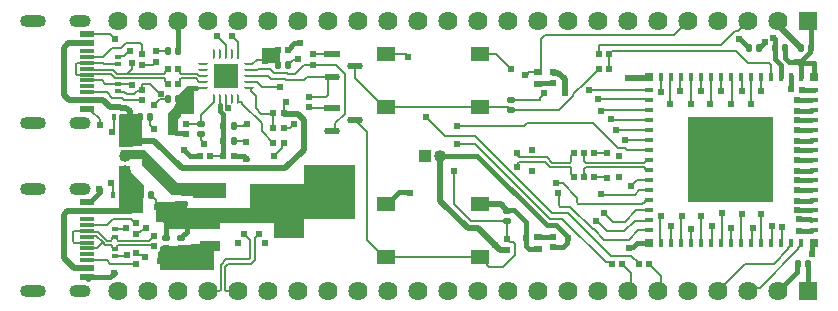
<source format=gtl>
G04*
G04 #@! TF.GenerationSoftware,Altium Limited,Altium Designer,24.9.1 (31)*
G04*
G04 Layer_Physical_Order=1*
G04 Layer_Color=255*
%FSLAX44Y44*%
%MOMM*%
G71*
G04*
G04 #@! TF.SameCoordinates,318047C4-B972-4631-9CD3-40AE8DFBCC20*
G04*
G04*
G04 #@! TF.FilePolarity,Positive*
G04*
G01*
G75*
%ADD12C,0.1524*%
%ADD17R,0.5400X0.6000*%
G04:AMPARAMS|DCode=18|XSize=0.6mm|YSize=0.54mm|CornerRadius=0.1431mm|HoleSize=0mm|Usage=FLASHONLY|Rotation=270.000|XOffset=0mm|YOffset=0mm|HoleType=Round|Shape=RoundedRectangle|*
%AMROUNDEDRECTD18*
21,1,0.6000,0.2538,0,0,270.0*
21,1,0.3138,0.5400,0,0,270.0*
1,1,0.2862,-0.1269,-0.1569*
1,1,0.2862,-0.1269,0.1569*
1,1,0.2862,0.1269,0.1569*
1,1,0.2862,0.1269,-0.1569*
%
%ADD18ROUNDEDRECTD18*%
%ADD19R,0.6000X0.5400*%
%ADD20R,1.2000X1.2000*%
%ADD21R,0.8000X0.4000*%
%ADD22R,0.4000X0.8000*%
%ADD23R,0.8000X0.8000*%
%ADD24R,1.5500X1.3000*%
%ADD25R,0.7000X0.6000*%
G04:AMPARAMS|DCode=26|XSize=0.6mm|YSize=0.54mm|CornerRadius=0.1431mm|HoleSize=0mm|Usage=FLASHONLY|Rotation=0.000|XOffset=0mm|YOffset=0mm|HoleType=Round|Shape=RoundedRectangle|*
%AMROUNDEDRECTD26*
21,1,0.6000,0.2538,0,0,0.0*
21,1,0.3138,0.5400,0,0,0.0*
1,1,0.2862,0.1569,-0.1269*
1,1,0.2862,-0.1569,-0.1269*
1,1,0.2862,-0.1569,0.1269*
1,1,0.2862,0.1569,0.1269*
%
%ADD26ROUNDEDRECTD26*%
%ADD27R,0.3500X0.6000*%
%ADD28R,0.6000X0.3500*%
G04:AMPARAMS|DCode=29|XSize=0.9mm|YSize=1.75mm|CornerRadius=0.0495mm|HoleSize=0mm|Usage=FLASHONLY|Rotation=90.000|XOffset=0mm|YOffset=0mm|HoleType=Round|Shape=RoundedRectangle|*
%AMROUNDEDRECTD29*
21,1,0.9000,1.6510,0,0,90.0*
21,1,0.8010,1.7500,0,0,90.0*
1,1,0.0990,0.8255,0.4005*
1,1,0.0990,0.8255,-0.4005*
1,1,0.0990,-0.8255,-0.4005*
1,1,0.0990,-0.8255,0.4005*
%
%ADD29ROUNDEDRECTD29*%
G04:AMPARAMS|DCode=30|XSize=3.2mm|YSize=1.75mm|CornerRadius=0.0525mm|HoleSize=0mm|Usage=FLASHONLY|Rotation=90.000|XOffset=0mm|YOffset=0mm|HoleType=Round|Shape=RoundedRectangle|*
%AMROUNDEDRECTD30*
21,1,3.2000,1.6450,0,0,90.0*
21,1,3.0950,1.7500,0,0,90.0*
1,1,0.1050,0.8225,1.5475*
1,1,0.1050,0.8225,-1.5475*
1,1,0.1050,-0.8225,-1.5475*
1,1,0.1050,-0.8225,1.5475*
%
%ADD30ROUNDEDRECTD30*%
G04:AMPARAMS|DCode=31|XSize=0.2425mm|YSize=0.8397mm|CornerRadius=0.1212mm|HoleSize=0mm|Usage=FLASHONLY|Rotation=270.000|XOffset=0mm|YOffset=0mm|HoleType=Round|Shape=RoundedRectangle|*
%AMROUNDEDRECTD31*
21,1,0.2425,0.5972,0,0,270.0*
21,1,0.0000,0.8397,0,0,270.0*
1,1,0.2425,-0.2986,0.0000*
1,1,0.2425,-0.2986,0.0000*
1,1,0.2425,0.2986,0.0000*
1,1,0.2425,0.2986,0.0000*
%
%ADD31ROUNDEDRECTD31*%
G04:AMPARAMS|DCode=32|XSize=0.8397mm|YSize=0.2425mm|CornerRadius=0.1212mm|HoleSize=0mm|Usage=FLASHONLY|Rotation=270.000|XOffset=0mm|YOffset=0mm|HoleType=Round|Shape=RoundedRectangle|*
%AMROUNDEDRECTD32*
21,1,0.8397,0.0000,0,0,270.0*
21,1,0.5972,0.2425,0,0,270.0*
1,1,0.2425,0.0000,-0.2986*
1,1,0.2425,0.0000,0.2986*
1,1,0.2425,0.0000,0.2986*
1,1,0.2425,0.0000,-0.2986*
%
%ADD32ROUNDEDRECTD32*%
%ADD33R,0.2425X0.8397*%
G04:AMPARAMS|DCode=34|XSize=1.3571mm|YSize=0.5721mm|CornerRadius=0.2861mm|HoleSize=0mm|Usage=FLASHONLY|Rotation=0.000|XOffset=0mm|YOffset=0mm|HoleType=Round|Shape=RoundedRectangle|*
%AMROUNDEDRECTD34*
21,1,1.3571,0.0000,0,0,0.0*
21,1,0.7850,0.5721,0,0,0.0*
1,1,0.5721,0.3925,0.0000*
1,1,0.5721,-0.3925,0.0000*
1,1,0.5721,-0.3925,0.0000*
1,1,0.5721,0.3925,0.0000*
%
%ADD34ROUNDEDRECTD34*%
%ADD35R,1.3571X0.5721*%
%ADD36R,1.1500X0.6000*%
%ADD37R,1.1500X0.3000*%
%ADD51R,2.0500X2.0500*%
G04:AMPARAMS|DCode=55|XSize=1mm|YSize=2.2mm|CornerRadius=0.5mm|HoleSize=0mm|Usage=FLASHONLY|Rotation=270.000|XOffset=0mm|YOffset=0mm|HoleType=Round|Shape=RoundedRectangle|*
%AMROUNDEDRECTD55*
21,1,1.0000,1.2000,0,0,270.0*
21,1,0.0000,2.2000,0,0,270.0*
1,1,1.0000,-0.6000,0.0000*
1,1,1.0000,-0.6000,0.0000*
1,1,1.0000,0.6000,0.0000*
1,1,1.0000,0.6000,0.0000*
%
%ADD55ROUNDEDRECTD55*%
G04:AMPARAMS|DCode=56|XSize=1mm|YSize=1.8mm|CornerRadius=0.5mm|HoleSize=0mm|Usage=FLASHONLY|Rotation=270.000|XOffset=0mm|YOffset=0mm|HoleType=Round|Shape=RoundedRectangle|*
%AMROUNDEDRECTD56*
21,1,1.0000,0.8000,0,0,270.0*
21,1,0.0000,1.8000,0,0,270.0*
1,1,1.0000,-0.4000,0.0000*
1,1,1.0000,-0.4000,0.0000*
1,1,1.0000,0.4000,0.0000*
1,1,1.0000,0.4000,0.0000*
%
%ADD56ROUNDEDRECTD56*%
%ADD59R,0.4000X0.4000*%
%ADD60C,0.1575*%
%ADD61C,0.5080*%
%ADD62C,0.3810*%
%ADD63C,1.0160*%
%ADD64R,1.0160X1.0160*%
%ADD65R,1.0160X1.0160*%
%ADD66R,1.6256X1.6256*%
%ADD67C,1.6256*%
%ADD68C,0.6096*%
G36*
X226060Y204859D02*
X224887Y204373D01*
X223520Y205740D01*
X210820D01*
Y218440D01*
X226060D01*
Y204859D01*
D02*
G37*
G36*
X153708Y183299D02*
X153616Y178265D01*
X153326Y162560D01*
X142240D01*
X139700Y160020D01*
Y147320D01*
X141067Y145953D01*
X140581Y144780D01*
X131161D01*
Y157416D01*
Y163148D01*
X136529Y168516D01*
X139700Y175560D01*
X148345Y184205D01*
X152819D01*
X153708Y183299D01*
D02*
G37*
G36*
X109220Y135078D02*
X109167Y134948D01*
X93055Y134670D01*
X91440D01*
X90873Y134835D01*
X90170Y135526D01*
Y161516D01*
X90717Y162560D01*
X109220D01*
Y135078D01*
D02*
G37*
G36*
X139700Y104140D02*
X180340D01*
Y91440D01*
X152400D01*
Y93980D01*
X134620D01*
X109220Y119380D01*
Y124460D01*
X91440D01*
Y132080D01*
X111760D01*
X139700Y104140D01*
D02*
G37*
G36*
X643890Y87630D02*
X571500Y87630D01*
Y160020D01*
X643890D01*
Y87630D01*
D02*
G37*
G36*
X289560Y73660D02*
X246380D01*
Y57150D01*
X220980D01*
Y69850D01*
X175260D01*
Y64770D01*
X130239D01*
X129540Y65060D01*
Y71120D01*
X120937D01*
Y87630D01*
X137160D01*
Y88900D01*
X147320D01*
Y82550D01*
X200660D01*
Y102870D01*
X246380D01*
Y119380D01*
X289560D01*
Y73660D01*
D02*
G37*
G36*
X99060Y114300D02*
X110490Y102870D01*
Y78740D01*
X90170D01*
Y80010D01*
Y118110D01*
X99060D01*
Y114300D01*
D02*
G37*
G36*
X170346Y49899D02*
Y30168D01*
X124897D01*
Y49936D01*
X125805Y50825D01*
X170346Y49899D01*
D02*
G37*
D12*
X373380Y86360D02*
X387840Y71900D01*
X373380Y86360D02*
Y114300D01*
X446730Y199690D02*
X447040Y200000D01*
X445000Y197460D02*
X446730Y199190D01*
X435072Y195349D02*
X437182Y197460D01*
X434109Y195349D02*
X435072D01*
X437182Y197460D02*
X445000D01*
X446730Y199190D02*
Y199690D01*
X447040Y200000D02*
Y226060D01*
X116840Y93593D02*
X121240Y89193D01*
Y84500D02*
Y89193D01*
Y84500D02*
X121920Y83820D01*
X116840Y93593D02*
Y93980D01*
X119246Y58928D02*
X119380D01*
X62162Y57662D02*
X63622Y59122D01*
X115436Y55118D02*
X119246Y58928D01*
X89491Y51562D02*
X118618D01*
X119380Y50800D01*
X89491Y55118D02*
X115436D01*
X208280Y208061D02*
X212680D01*
X206502Y208181D02*
X206622Y208061D01*
X208280D01*
X212680D02*
X213360Y207381D01*
X289560Y157480D02*
X299720Y147320D01*
Y55880D02*
Y147320D01*
Y55880D02*
X314600Y41000D01*
X93961Y211300D02*
X98561Y215900D01*
X88900Y210820D02*
X89380Y211300D01*
X93961D01*
X98561Y215900D02*
X99060D01*
X254000Y212600D02*
X254050Y212650D01*
X270499D01*
X270549Y212700D01*
X76040Y210600D02*
X81280Y215840D01*
X83880Y218440D01*
X62900Y210600D02*
X76040D01*
X83880Y218440D02*
X91901D01*
X96219Y222758D01*
X82320Y230100D02*
X86360Y226060D01*
X62900Y230100D02*
X82320D01*
X96219Y222758D02*
X107442D01*
X109220Y220980D01*
X108920Y212600D02*
X109220D01*
X107490Y214030D02*
X108920Y212600D01*
X109220D02*
Y220980D01*
X100676Y205276D02*
X101140Y205740D01*
X100676Y200406D02*
Y205276D01*
X96520Y196250D02*
X100676Y200406D01*
X77546Y204320D02*
X88900D01*
X76266Y205600D02*
X77546Y204320D01*
X387840Y71900D02*
X418840D01*
X172720Y228600D02*
X180500Y220820D01*
X642340Y193180D02*
Y203480D01*
X640080Y205740D02*
X642340Y203480D01*
X622300Y205740D02*
X640080D01*
X460418Y103470D02*
X465490D01*
X459737Y104151D02*
X460418Y103470D01*
X465490D02*
X477520Y91440D01*
X462280Y85308D02*
Y95250D01*
X461772Y95758D02*
X462280Y95250D01*
X391160Y137160D02*
X454660Y73660D01*
X391486Y144018D02*
X456764Y78740D01*
X469900D01*
X427182Y117302D02*
X427595Y117715D01*
X454660Y73660D02*
X464820D01*
X427595Y117715D02*
Y121027D01*
X428488Y121920D01*
X463768Y83820D02*
X472004D01*
X462280Y85308D02*
X463768Y83820D01*
X365760Y144018D02*
X391486D01*
X375920Y137160D02*
X391160D01*
X472004Y83820D02*
X491308Y64516D01*
X464820Y73660D02*
X501958Y36522D01*
X469900Y78740D02*
X506270Y42370D01*
X515620Y35260D02*
Y35560D01*
X523240Y15240D02*
Y27940D01*
X515620Y35260D02*
X517050Y33830D01*
X517350D02*
X523240Y27940D01*
X517050Y33830D02*
X517350D01*
X520700Y12700D02*
X523240Y15240D01*
X538480Y35260D02*
Y35560D01*
X548640Y15240D02*
Y25400D01*
X539910Y33830D02*
X540210D01*
X548640Y25400D01*
X538480Y35260D02*
X539910Y33830D01*
X546100Y12700D02*
X548640Y15240D01*
X651085Y55740D02*
X651400D01*
X650915Y66848D02*
X650991Y66923D01*
X650915Y55910D02*
X651085Y55740D01*
X650915Y55910D02*
Y66848D01*
X599901Y220980D02*
X611839Y232918D01*
X613918D01*
X622300Y241300D01*
X622300D01*
X496788Y220980D02*
X599901D01*
X409300Y213000D02*
X421640Y200660D01*
Y200152D02*
Y200660D01*
X333100Y213000D02*
X335280Y210820D01*
X315850Y213000D02*
X333100D01*
X254000Y203960D02*
X273648D01*
X233379Y196342D02*
X239061D01*
X237118Y208071D02*
X241091D01*
X241771Y208751D01*
X246679Y203960D02*
X254000D01*
X239061Y196342D02*
X246679Y203960D01*
X195380Y139700D02*
X196148Y138931D01*
X197111D01*
X186960Y139700D02*
X195380D01*
X226128Y185312D02*
X226568Y184872D01*
X210928Y185312D02*
X226128D01*
X231275Y191262D02*
X246996D01*
X218736Y191730D02*
X230807D01*
X231275Y191262D01*
X232911Y196810D02*
X233379Y196342D01*
X220840Y196810D02*
X232911D01*
X231140Y171758D02*
Y172720D01*
X229360Y169978D02*
X231140Y171758D01*
X229360Y162980D02*
Y169978D01*
X202584Y204263D02*
X206502Y208181D01*
X249434Y193700D02*
X268170D01*
X232880Y203620D02*
Y203833D01*
X246996Y191262D02*
X249434Y193700D01*
X232880Y203833D02*
X237118Y208071D01*
X105570Y42770D02*
X109459D01*
X104140Y44200D02*
X105570Y42770D01*
X109459D02*
X110734Y41496D01*
X111696D01*
X349758Y160020D02*
X365760Y144018D01*
X315850Y41000D02*
X396600D01*
X419140Y56120D02*
X421270Y53990D01*
X423418D01*
X418840Y56120D02*
X419140D01*
X423418Y53990D02*
X425650Y51758D01*
X415468Y33020D02*
X425650Y43202D01*
X401830Y34520D02*
Y35770D01*
Y34520D02*
X403330Y33020D01*
X425650Y43202D02*
Y51758D01*
X396600Y41000D02*
X401830Y35770D01*
X403330Y33020D02*
X415468D01*
X182391Y167186D02*
Y168148D01*
X180500Y170039D02*
X182391Y168148D01*
X180500Y170039D02*
Y175050D01*
X190535Y172482D02*
X193023D01*
X195380Y152400D02*
X197158Y154178D01*
X190478Y172540D02*
Y175028D01*
X197158Y154178D02*
X198120D01*
X193023Y172482D02*
X195348Y170158D01*
X190478Y172540D02*
X190535Y172482D01*
X195370Y170180D02*
X210647Y154903D01*
Y147953D02*
Y154903D01*
X186960Y152400D02*
X195380D01*
X213958Y207682D02*
X220218D01*
X222649Y205251D01*
X207761Y200141D02*
X208280D01*
X206825Y199205D02*
X207761Y200141D01*
X199655Y199205D02*
X206825D01*
X222862Y205251D02*
X224280Y203833D01*
X208280Y200141D02*
X217509D01*
X216181Y194285D02*
X218736Y191730D01*
X222649Y205251D02*
X222862D01*
X199655Y194205D02*
X208200D01*
X208280Y194285D02*
X216181D01*
X208200Y194205D02*
X208280Y194285D01*
X217509Y200141D02*
X220840Y196810D01*
X185406Y228565D02*
X190500Y223471D01*
Y216289D02*
Y223471D01*
X180500Y213360D02*
Y220820D01*
X224280Y203620D02*
Y216320D01*
X237507Y153498D02*
X238188Y154178D01*
X237507Y152520D02*
Y153498D01*
X235057Y150070D02*
X237507Y152520D01*
X229570Y150070D02*
X235057D01*
X229360Y150280D02*
X229570Y150070D01*
X124460Y175260D02*
X131100D01*
X159700Y140020D02*
X162560Y137160D01*
X121005Y205788D02*
Y206654D01*
X119178Y203960D02*
X121005Y205788D01*
X128229Y192694D02*
X129122Y191801D01*
Y189898D02*
Y191801D01*
X88900Y187960D02*
X89454Y187406D01*
X129122Y197143D02*
Y198722D01*
X83168Y196322D02*
X86796Y192694D01*
X88269Y196250D02*
X96520D01*
X100748Y187406D02*
X101302Y186852D01*
X89454Y187406D02*
X100748D01*
X128229Y196250D02*
X129122Y197143D01*
X86796Y192694D02*
X128229D01*
X96520Y196250D02*
X128229D01*
X109220Y203960D02*
X119178D01*
X116638Y187200D02*
X125050Y178788D01*
X125647D01*
X109220Y182880D02*
Y187200D01*
X116638D01*
X119380Y170180D02*
X124460Y175260D01*
X116060Y153180D02*
X119380Y149860D01*
X121920Y215900D02*
X131100D01*
X121332Y215706D02*
X121626Y215413D01*
X116060Y153180D02*
Y160020D01*
X265212Y177007D02*
X266700Y178494D01*
Y192230D01*
X250622Y177007D02*
X265212D01*
X251315Y167673D02*
X269856D01*
X270549Y166980D01*
X250622Y168367D02*
X251315Y167673D01*
X266700Y192230D02*
X268170Y193700D01*
X270549D01*
X227930Y133702D02*
Y136150D01*
X221228Y127000D02*
X227930Y133702D01*
Y136150D02*
X229360Y137580D01*
X220980Y127000D02*
X221228D01*
X94520Y180980D02*
X96430Y179070D01*
X102962D01*
X105342Y181450D01*
X89380Y180980D02*
X94520D01*
X92416Y175900D02*
X94326Y173990D01*
X108970D01*
X109220Y174240D01*
X88900Y181460D02*
X89380Y180980D01*
X105342Y181450D02*
X107790D01*
X109220Y182880D01*
X78226Y187960D02*
X88900D01*
X84322Y175900D02*
X92416D01*
X79622Y180600D02*
X84322Y175900D01*
X62900Y180600D02*
X79622D01*
X99060Y160020D02*
X107460D01*
X92150D02*
X99060D01*
X83820Y147320D02*
X85650Y149150D01*
Y160020D01*
X73660Y154940D02*
Y158090D01*
X63500Y165100D02*
X66650D01*
X73660Y158090D01*
X62900Y165700D02*
Y166100D01*
Y165700D02*
X63500Y165100D01*
X177480Y127000D02*
X177920Y127440D01*
X166880Y127000D02*
X177480D01*
X63622Y196322D02*
X83168D01*
X75586Y190600D02*
X78226Y187960D01*
X62900Y190600D02*
X75586D01*
X62900Y205600D02*
X76266D01*
X53340Y196493D02*
Y204707D01*
X54233Y195600D02*
X62900D01*
X53340Y196493D02*
X54233Y195600D01*
Y205600D02*
X62900D01*
X53340Y204707D02*
X54233Y205600D01*
X84641Y199878D02*
X88269Y196250D01*
X129122Y198722D02*
X131060Y200660D01*
X63622Y199878D02*
X84641D01*
X129122Y189898D02*
X131060Y187960D01*
X62900Y195600D02*
X63622Y196322D01*
X62900Y200600D02*
X63622Y199878D01*
X142531Y196088D02*
X154918D01*
Y192402D02*
X158115Y189205D01*
X154788Y192532D02*
X154918Y192402D01*
Y196088D02*
X156261D01*
X158144Y194205D01*
X161345D01*
X142531Y192532D02*
X154788D01*
X158115Y189205D02*
X161345D01*
X141638Y189898D02*
Y191639D01*
X142531Y192532D01*
X139700Y187960D02*
X141638Y189898D01*
X139700Y200660D02*
X141638Y198722D01*
Y196981D02*
X142531Y196088D01*
X141638Y196981D02*
Y198722D01*
X76459Y53599D02*
X78496Y51562D01*
X70936Y59122D02*
X76459Y53599D01*
X62900Y48400D02*
X71260D01*
X76459Y53599D01*
X50800Y54293D02*
Y62507D01*
X51693Y63400D01*
X62900D01*
X51693Y53400D02*
X62900D01*
X50800Y54293D02*
X51693Y53400D01*
X62900Y63400D02*
X63622Y62678D01*
X72409D01*
X79969Y55118D01*
X85269Y58420D02*
X86360D01*
X63622Y59122D02*
X70936D01*
X84281Y57432D02*
X85269Y58420D01*
X84281Y56011D02*
Y57432D01*
X85269Y48260D02*
X86360D01*
X84281Y49248D02*
X85269Y48260D01*
X83388Y51562D02*
X84281Y50669D01*
X78496Y51562D02*
X83388D01*
Y55118D02*
X84281Y56011D01*
X79969Y55118D02*
X83388D01*
X84281Y49248D02*
Y50669D01*
X426720Y128303D02*
Y129540D01*
X428044Y126369D02*
Y126979D01*
X428937Y125476D02*
X452071D01*
X426720Y128303D02*
X428044Y126979D01*
Y126369D02*
X428937Y125476D01*
X428488Y121920D02*
X450598D01*
X452071Y125476D02*
X456390Y121158D01*
X450598Y121920D02*
X454916Y117602D01*
X456390Y121158D02*
X472149D01*
X454916Y117602D02*
X472149D01*
Y121158D02*
X473042Y122051D01*
X472149Y117602D02*
X473042Y116709D01*
Y122051D02*
Y127602D01*
Y111158D02*
X474980Y109220D01*
X473042Y111158D02*
Y116709D01*
Y127602D02*
X474980Y129540D01*
X479008Y86360D02*
X532632D01*
X477520Y87848D02*
X479008Y86360D01*
X477520Y87848D02*
Y91440D01*
X86360Y58420D02*
X87610D01*
Y48260D02*
X88598Y49248D01*
Y50669D01*
X86360Y48260D02*
X87610D01*
Y58420D02*
X88598Y57432D01*
Y56011D02*
Y57432D01*
Y56011D02*
X89491Y55118D01*
X88598Y50669D02*
X89491Y51562D01*
X86360Y64920D02*
X86552Y65112D01*
X95592D01*
X95785Y65305D01*
X104140Y60960D02*
X105570Y62390D01*
X108110D01*
X110917Y65197D01*
X111953D01*
X112634Y65877D01*
X497840Y165100D02*
X498130Y165390D01*
X510958Y148680D02*
X538340D01*
X495840Y174720D02*
X537800D01*
X510540Y149098D02*
X510958Y148680D01*
X498130Y165390D02*
X538050D01*
X495300Y175260D02*
X495840Y174720D01*
X512629Y133459D02*
X518461D01*
X491148Y154940D02*
X512629Y133459D01*
X435285Y154940D02*
X491148D01*
X518461Y133459D02*
X520239Y131680D01*
X518228Y140248D02*
X537542D01*
X518160Y140317D02*
X518228Y140248D01*
X528359Y106180D02*
X538340D01*
X530530Y97680D02*
X538340D01*
X523779Y101600D02*
X528359Y106180D01*
X498037Y93980D02*
X526830D01*
X523240Y101600D02*
X523779D01*
X526830Y93980D02*
X530530Y97680D01*
X497938Y94079D02*
X498037Y93980D01*
X520239Y131680D02*
X538340D01*
X537542Y140248D02*
X537610Y140180D01*
X375920Y152400D02*
X432745D01*
X435285Y154940D01*
X314600Y168000D02*
X315850D01*
X395350D02*
X419133D01*
X315850D02*
X395350D01*
X507700Y157180D02*
X538340D01*
X421640Y174480D02*
X446260D01*
X538050Y165390D02*
X538340Y165680D01*
X446260Y175373D02*
X450206Y179319D01*
X446260Y174480D02*
Y175373D01*
X450206Y179319D02*
Y179826D01*
X506018Y36522D02*
X506980Y35560D01*
X501958Y36522D02*
X506018D01*
X532632Y86360D02*
X532762Y86490D01*
X535610Y88450D02*
X536340Y89180D01*
X535610Y87978D02*
Y88450D01*
X500380Y78740D02*
X508000Y71120D01*
X518160D01*
X534122Y86490D02*
X535610Y87978D01*
X536340Y89180D02*
X538340D01*
X532762Y86490D02*
X534122D01*
X493641Y71882D02*
X494538D01*
X491308Y64516D02*
X491744D01*
X500359Y55901D02*
X521550D01*
X506270Y42370D02*
X519898D01*
X503392Y63028D02*
X517688D01*
X494538Y71882D02*
X503392Y63028D01*
X491744Y64516D02*
X500359Y55901D01*
X521550D02*
X529330Y63680D01*
X538340D01*
X518160Y71120D02*
X527720Y80680D01*
X538340D01*
X517688Y63028D02*
X526542Y71882D01*
X538042D01*
X523516Y42185D02*
X529840Y35860D01*
X519898Y42370D02*
X520084Y42185D01*
X523516D01*
X529840Y35560D02*
Y35860D01*
X538042Y71882D02*
X538340Y72180D01*
X94138Y41760D02*
X95558Y43180D01*
X96520D01*
X86360Y41760D02*
X94138D01*
X82422Y35560D02*
X104140D01*
X79582Y38400D02*
X82422Y35560D01*
X62900Y38400D02*
X79582D01*
X103840Y69600D02*
X104140D01*
X99890Y73550D02*
X103840Y69600D01*
X84852Y73550D02*
X99890D01*
X79702Y68400D02*
X84852Y73550D01*
X62900Y68400D02*
X79702D01*
X83820Y104140D02*
X84940Y103020D01*
Y93980D02*
Y103020D01*
X596900Y12700D02*
X619760Y35560D01*
X644608D02*
X656650Y47602D01*
X619760Y35560D02*
X644608D01*
X591710Y55740D02*
Y67200D01*
X573930Y53200D02*
Y64660D01*
X566151Y54924D02*
Y76200D01*
X418840Y56120D02*
Y71900D01*
X314600Y41000D02*
X315850D01*
X474218Y177499D02*
Y178818D01*
X462599Y165880D02*
X474218Y177499D01*
X421640Y165880D02*
X462599D01*
X474218Y178818D02*
X484989Y189589D01*
X485289D01*
X496060Y200360D01*
Y200660D01*
X487829Y182731D02*
X487855Y182705D01*
X538315D02*
X538340Y182680D01*
X487855Y182705D02*
X538315D01*
X421253Y165880D02*
X421640D01*
X419133Y168000D02*
X421253Y165880D01*
X289560Y193040D02*
Y203200D01*
Y193040D02*
X314600Y168000D01*
X266624Y166980D02*
X270549D01*
X202040Y181500D02*
Y184147D01*
X201983Y184205D02*
X202040Y184147D01*
X199655Y184205D02*
X201983D01*
X202040Y181500D02*
X205740Y177800D01*
X207035Y189205D02*
X210928Y185312D01*
X199655Y189205D02*
X207035D01*
X205740Y166994D02*
Y177800D01*
X270549Y147980D02*
X271784D01*
X273254Y149450D02*
Y154651D01*
X281145Y162541D02*
Y196463D01*
X273648Y203960D02*
X281145Y196463D01*
X273254Y154651D02*
X281145Y162541D01*
X271784Y147980D02*
X273254Y149450D01*
X504700Y200660D02*
Y213360D01*
X507240Y215900D02*
X612140D01*
X504700Y213360D02*
Y213660D01*
X506130Y215090D01*
X506430D01*
X507240Y215900D01*
X612140D02*
X622300Y205740D01*
X496060Y213360D02*
X496788Y214088D01*
Y220980D01*
X559562Y229362D02*
X571500Y241300D01*
X450342Y229362D02*
X559562D01*
X154918Y184205D02*
X161345D01*
X147000Y154160D02*
X159700D01*
Y161379D01*
X170500Y172179D02*
Y175050D01*
X159700Y161379D02*
X170500Y172179D01*
X220720Y150280D02*
Y162980D01*
X205740Y166994D02*
X210174Y162560D01*
X220300D02*
X220720Y162980D01*
X210174Y162560D02*
X220300D01*
X159700Y140020D02*
Y145560D01*
X210647Y147953D02*
X220720Y137880D01*
Y137580D02*
Y137880D01*
X395350Y213000D02*
X409300D01*
X537800Y174720D02*
X538340Y174180D01*
X556529Y170180D02*
Y191456D01*
X565260Y181720D02*
Y193180D01*
X548750Y180450D02*
Y191910D01*
X625109Y170180D02*
Y191456D01*
X447040Y226060D02*
X450342Y229362D01*
X608599Y170180D02*
Y191456D01*
X548371Y54924D02*
Y76200D01*
X557420Y53200D02*
Y67818D01*
X582661Y54924D02*
Y76200D01*
X608220Y54470D02*
Y65930D01*
X600441Y57464D02*
Y78740D01*
X616951Y56194D02*
Y77470D01*
X625979Y55719D02*
Y65291D01*
X633461Y56194D02*
X633620Y56353D01*
X633461Y77470D02*
X633620Y77311D01*
Y56353D02*
Y77311D01*
X625979Y65291D02*
X626618Y65930D01*
X642510Y55740D02*
Y67200D01*
X624730Y54470D02*
X625979Y55719D01*
X656650Y48490D02*
X659340Y51180D01*
X656650Y47602D02*
Y48490D01*
X659340Y51180D02*
Y53180D01*
X624924Y15324D02*
X632873D01*
X665150Y47602D01*
Y48490D01*
X667840Y51180D01*
X622300Y12700D02*
X624924Y15324D01*
X667840Y51180D02*
Y53180D01*
X574309Y170180D02*
Y191456D01*
X583040Y181720D02*
Y193180D01*
X590819Y170180D02*
Y191456D01*
X599550Y181720D02*
Y193180D01*
X617330Y181720D02*
Y193180D01*
X633840Y181720D02*
Y193180D01*
X633730Y181610D02*
X633840Y181720D01*
D17*
X492000Y129540D02*
D03*
X483360D02*
D03*
X492260Y109220D02*
D03*
X483620D02*
D03*
X474980D02*
D03*
X483620D02*
D03*
X538480Y35560D02*
D03*
X529840D02*
D03*
X474980Y129540D02*
D03*
X483620D02*
D03*
X496060Y200660D02*
D03*
X504700D02*
D03*
X496060Y213360D02*
D03*
X504700D02*
D03*
X515620Y35560D02*
D03*
X506980D02*
D03*
X229360Y150280D02*
D03*
X220720D02*
D03*
X229360Y162980D02*
D03*
X220720D02*
D03*
X229360Y137580D02*
D03*
X220720D02*
D03*
X139700Y200660D02*
D03*
X131060D02*
D03*
X139700Y187960D02*
D03*
X131060D02*
D03*
X224280Y216320D02*
D03*
X232920D02*
D03*
X178340Y127000D02*
D03*
X186980D02*
D03*
X166880D02*
D03*
X158240D02*
D03*
D18*
X675840Y218180D02*
D03*
X667240D02*
D03*
X653760D02*
D03*
X645160D02*
D03*
X664500Y35560D02*
D03*
X673100D02*
D03*
X623080Y218180D02*
D03*
X631680D02*
D03*
X108240Y93980D02*
D03*
X116840D02*
D03*
X139700Y215900D02*
D03*
X131100D02*
D03*
X139700Y175260D02*
D03*
X131100D02*
D03*
X224280Y203620D02*
D03*
X232880D02*
D03*
X178360Y139700D02*
D03*
X186960D02*
D03*
X107460Y160020D02*
D03*
X116060D02*
D03*
X178360Y152400D02*
D03*
X186960D02*
D03*
D19*
X147000Y154160D02*
D03*
Y145520D02*
D03*
X418840Y56120D02*
D03*
Y47480D02*
D03*
X457200Y188720D02*
D03*
Y197360D02*
D03*
Y58420D02*
D03*
Y49780D02*
D03*
X254000Y212600D02*
D03*
Y203960D02*
D03*
X250622Y168367D02*
D03*
Y177007D02*
D03*
X104140Y69600D02*
D03*
Y60960D02*
D03*
Y35560D02*
D03*
Y44200D02*
D03*
X109220Y212600D02*
D03*
Y203960D02*
D03*
Y174240D02*
D03*
Y182880D02*
D03*
D20*
X608340Y139680D02*
D03*
X591840D02*
D03*
Y123180D02*
D03*
Y106680D02*
D03*
X608340D02*
D03*
X624840D02*
D03*
Y123180D02*
D03*
X608340D02*
D03*
D21*
X678340Y182680D02*
D03*
Y174180D02*
D03*
Y165680D02*
D03*
Y157180D02*
D03*
Y148680D02*
D03*
Y140180D02*
D03*
Y131680D02*
D03*
Y123180D02*
D03*
Y114680D02*
D03*
Y106180D02*
D03*
Y97680D02*
D03*
Y89180D02*
D03*
Y80680D02*
D03*
Y72180D02*
D03*
Y63680D02*
D03*
X538340D02*
D03*
Y72180D02*
D03*
Y80680D02*
D03*
Y89180D02*
D03*
Y97680D02*
D03*
Y106180D02*
D03*
Y114680D02*
D03*
Y123180D02*
D03*
Y131680D02*
D03*
Y140180D02*
D03*
Y148680D02*
D03*
Y157180D02*
D03*
Y165680D02*
D03*
Y174180D02*
D03*
Y182680D02*
D03*
D22*
X667840Y53180D02*
D03*
X659340D02*
D03*
X650840D02*
D03*
X642340D02*
D03*
X633840D02*
D03*
X625340D02*
D03*
X616840D02*
D03*
X608340D02*
D03*
X599840D02*
D03*
X591340D02*
D03*
X582840D02*
D03*
X574340D02*
D03*
X565840D02*
D03*
X557340D02*
D03*
X548840D02*
D03*
Y193180D02*
D03*
X557340D02*
D03*
X565840D02*
D03*
X574340D02*
D03*
X582840D02*
D03*
X591340D02*
D03*
X599840D02*
D03*
X608340D02*
D03*
X616840D02*
D03*
X625340D02*
D03*
X633840D02*
D03*
X642340D02*
D03*
X650840D02*
D03*
X659340D02*
D03*
X667840D02*
D03*
D23*
X538340Y53180D02*
D03*
X678340D02*
D03*
X538340Y193180D02*
D03*
X678340D02*
D03*
D24*
X395350Y168000D02*
D03*
X315850D02*
D03*
X395350Y213000D02*
D03*
X315850D02*
D03*
X395350Y41000D02*
D03*
X315850D02*
D03*
X395350Y86000D02*
D03*
X315850D02*
D03*
D25*
X444500Y187960D02*
D03*
Y197460D02*
D03*
Y57760D02*
D03*
Y48260D02*
D03*
D26*
X421640Y174480D02*
D03*
Y165880D02*
D03*
X418840Y80500D02*
D03*
Y71900D02*
D03*
X142240Y49040D02*
D03*
Y57640D02*
D03*
X129540Y49040D02*
D03*
Y57640D02*
D03*
X144780Y94960D02*
D03*
Y86360D02*
D03*
X159700Y154160D02*
D03*
Y145560D02*
D03*
D27*
X84940Y93980D02*
D03*
X91440D02*
D03*
X85650Y160020D02*
D03*
X92150D02*
D03*
D28*
X86360Y64920D02*
D03*
Y58420D02*
D03*
Y41760D02*
D03*
Y48260D02*
D03*
X88900Y181460D02*
D03*
Y187960D02*
D03*
Y210820D02*
D03*
Y204320D02*
D03*
D29*
X166870Y96660D02*
D03*
Y73660D02*
D03*
Y50660D02*
D03*
D30*
X229370Y73660D02*
D03*
D31*
X199655Y204205D02*
D03*
Y199205D02*
D03*
Y194205D02*
D03*
Y189205D02*
D03*
Y184205D02*
D03*
X161345D02*
D03*
Y189205D02*
D03*
Y194205D02*
D03*
Y199205D02*
D03*
Y204205D02*
D03*
D32*
X190500Y175050D02*
D03*
X185500D02*
D03*
X180500D02*
D03*
X175500D02*
D03*
X170500D02*
D03*
Y213360D02*
D03*
X175500D02*
D03*
X180500D02*
D03*
X185500D02*
D03*
D33*
X190500D02*
D03*
D34*
X289560Y203200D02*
D03*
X270549Y193700D02*
D03*
X289560Y157480D02*
D03*
X270549Y147980D02*
D03*
D35*
Y212700D02*
D03*
Y166980D02*
D03*
D36*
X62900Y23900D02*
D03*
Y87900D02*
D03*
Y79900D02*
D03*
Y31900D02*
D03*
Y166100D02*
D03*
Y230100D02*
D03*
Y222100D02*
D03*
Y174100D02*
D03*
D37*
Y38400D02*
D03*
Y43400D02*
D03*
Y48400D02*
D03*
Y53400D02*
D03*
Y58400D02*
D03*
Y63400D02*
D03*
Y68400D02*
D03*
Y73400D02*
D03*
Y180600D02*
D03*
Y185600D02*
D03*
Y190600D02*
D03*
Y195600D02*
D03*
Y200600D02*
D03*
Y205600D02*
D03*
Y210600D02*
D03*
Y215600D02*
D03*
D51*
X180500Y194205D02*
D03*
D55*
X17150Y99100D02*
D03*
Y12700D02*
D03*
Y241300D02*
D03*
Y154900D02*
D03*
D56*
X57150Y99100D02*
D03*
Y12700D02*
D03*
Y241300D02*
D03*
Y154900D02*
D03*
D59*
X624840Y139680D02*
D03*
D60*
X483620Y109220D02*
X485533Y111133D01*
X492260Y109220D02*
X500427D01*
X501697Y107950D01*
X502920D01*
X492000Y129540D02*
X502920D01*
X483620Y109220D02*
Y115607D01*
Y122253D02*
X485140Y120733D01*
X483620Y115607D02*
X485140Y117127D01*
X534205D01*
X485140Y120733D02*
X534205D01*
X483620Y122253D02*
Y129540D01*
X204785Y57465D02*
X208280Y60960D01*
X195580D02*
X201178Y55362D01*
X204785Y38595D02*
Y57465D01*
X201178Y40089D02*
Y55362D01*
X200256Y39167D02*
X201178Y40089D01*
X180649Y39167D02*
X200256D01*
X201750Y35560D02*
X204785Y38595D01*
X182143Y35560D02*
X201750D01*
X179603Y33020D02*
X182143Y35560D01*
X175997Y34514D02*
X180649Y39167D01*
X175997Y13622D02*
Y34514D01*
X179603Y13622D02*
Y33020D01*
Y13622D02*
X180526Y12700D01*
X190500D01*
X175074D02*
X175997Y13622D01*
X165100Y12700D02*
X175074D01*
X483360Y129540D02*
X483490Y129410D01*
X535127Y115893D02*
X536340Y114680D01*
X535127Y115893D02*
Y116204D01*
X536340Y114680D02*
X538340D01*
X535127Y121967D02*
X536340Y123180D01*
X538340D01*
X534205Y117127D02*
X535127Y116204D01*
Y121656D02*
Y121967D01*
X534205Y120733D02*
X535127Y121656D01*
D61*
X361950Y88810D02*
Y127000D01*
Y88810D02*
X385210Y65550D01*
X467360Y180340D02*
Y191444D01*
X461604Y197200D02*
X467360Y191444D01*
X457200Y197360D02*
X457360Y197200D01*
X461604D01*
X142942Y116138D02*
X230438D01*
X246380Y132080D02*
Y157480D01*
X230438Y116138D02*
X246380Y132080D01*
X413040Y86000D02*
X418540Y80500D01*
X394190Y65550D02*
X412260Y47480D01*
X385210Y65550D02*
X394190D01*
X395350Y86000D02*
X413040D01*
X418540Y80500D02*
X418840D01*
X412260Y47480D02*
X418840D01*
X95250Y139700D02*
X97790D01*
X119380D01*
X142942Y116138D01*
X241340Y162520D02*
X246380Y157480D01*
X229520Y162520D02*
X241340D01*
X229360Y162680D02*
X229520Y162520D01*
X229360Y162680D02*
Y162980D01*
X91695Y167640D02*
X96084D01*
X99060Y160020D02*
Y164664D01*
X96084Y167640D02*
X99060Y164664D01*
X91079Y168256D02*
X91695Y167640D01*
X82574Y168256D02*
X91079D01*
X62900Y174100D02*
X76730D01*
X82574Y168256D01*
X47316Y174100D02*
X62900D01*
X99060Y149860D02*
Y160020D01*
X97790Y142240D02*
Y148590D01*
X99060Y149860D01*
X95250Y139700D02*
X97790Y142240D01*
X43180Y178236D02*
Y218440D01*
Y178236D02*
X47316Y174100D01*
X46840Y222100D02*
X62900D01*
X43180Y218440D02*
X46840Y222100D01*
X46301Y79900D02*
X62900D01*
X43325Y40495D02*
X51920Y31900D01*
X43325Y76924D02*
X46301Y79900D01*
X43325Y40495D02*
Y76924D01*
X62900Y79900D02*
X100220D01*
X108080Y87760D01*
Y93820D01*
X108240Y93980D01*
X51920Y31900D02*
X62900D01*
X520770Y193110D02*
X538270D01*
X520700Y193040D02*
X520770Y193110D01*
X538270D02*
X538340Y193180D01*
X608635Y155643D02*
X608655Y155663D01*
X608635Y142943D02*
Y155643D01*
X608655Y155663D02*
Y156574D01*
X649838Y235882D02*
X667240Y218480D01*
X649838Y235882D02*
Y239162D01*
X647700Y241300D02*
X649838Y239162D01*
X667240Y218180D02*
Y218480D01*
X608005Y90717D02*
Y91987D01*
X608025Y92007D02*
Y104707D01*
X608005Y91987D02*
X608025Y92007D01*
X639533Y106355D02*
X640803D01*
X626813Y106375D02*
X639513D01*
X639533Y106355D01*
Y122865D02*
X640803D01*
X626813Y122885D02*
X639513D01*
X639533Y122865D01*
Y138105D02*
X640803D01*
X626813Y138125D02*
X639513D01*
X639533Y138105D01*
X574587Y107005D02*
X575857D01*
X575877Y106985D02*
X588577D01*
X575857Y107005D02*
X575877Y106985D01*
X577850Y123190D02*
X577870Y123170D01*
X590570D01*
X576580Y123190D02*
X577850D01*
Y139700D02*
X579120D01*
X579140Y139680D02*
X591840D01*
X579120Y139700D02*
X579140Y139680D01*
D62*
X645160Y218180D02*
Y226060D01*
X136354Y147845D02*
Y157068D01*
X444880Y188340D02*
X456820D01*
X457200Y188720D01*
X444500Y187960D02*
X444880Y188340D01*
X676329Y43869D02*
X676766Y44306D01*
Y51606D02*
X678340Y53180D01*
X676766Y44306D02*
Y51606D01*
X424302Y80638D02*
X434340Y70600D01*
X418840Y80500D02*
X418978Y80638D01*
X434340Y57658D02*
Y70600D01*
X418978Y80638D02*
X424302D01*
X650840Y193180D02*
Y203340D01*
X645160Y209020D02*
X650840Y203340D01*
X645160Y209020D02*
Y218180D01*
X459661Y67945D02*
X469900Y57706D01*
Y57658D02*
Y57706D01*
X452293Y67945D02*
X459661D01*
X393238Y127000D02*
X452293Y67945D01*
X361950Y127000D02*
X393238D01*
X444830Y58090D02*
X456870D01*
X457200Y58420D01*
X444500Y57760D02*
X444830Y58090D01*
X666070Y63390D02*
X675780D01*
X665957Y63277D02*
X666070Y63390D01*
X665661Y73169D02*
X674891D01*
X675780Y72280D01*
X664320Y81170D02*
X675780D01*
X659240Y182990D02*
Y194450D01*
X622285Y218975D02*
Y219275D01*
Y218975D02*
X623080Y218180D01*
X615937Y225623D02*
X622285Y219275D01*
X614680Y226060D02*
X615117Y225623D01*
X615937D01*
X243003Y222030D02*
X243440Y222467D01*
X238330Y222030D02*
X243003D01*
X232920Y216320D02*
Y216620D01*
X238330Y222030D01*
X195580Y127000D02*
X198120Y124460D01*
X317100Y86000D02*
X327083Y95983D01*
X335817D02*
X336179Y95621D01*
X327083Y95983D02*
X335817D01*
X124897Y38537D02*
Y44397D01*
X124460Y38100D02*
X124897Y38537D01*
X142540Y49040D02*
X143335Y48245D01*
X434648Y50492D02*
Y57350D01*
Y50492D02*
X436880Y48260D01*
X434340Y57658D02*
X434648Y57350D01*
X177920Y139700D02*
Y151960D01*
X175478Y164939D02*
X178360Y162057D01*
Y152400D02*
Y162057D01*
X177920Y127440D02*
Y139700D01*
X175478Y164939D02*
Y165100D01*
Y170180D01*
X233680Y73660D02*
Y76205D01*
X73660Y95910D02*
Y99060D01*
X82320Y23900D02*
X86360Y27940D01*
X137883Y146315D02*
X146205D01*
X136354Y147845D02*
X137883Y146315D01*
X136572Y157905D02*
X139700Y161033D01*
Y175260D01*
X149860Y127000D02*
X158240D01*
X144780Y132080D02*
X149860Y127000D01*
X165965Y95755D02*
X166870Y96660D01*
X144780Y94960D02*
X145575Y95755D01*
X165965D01*
X112440Y127000D02*
X144480Y94960D01*
X144780D01*
X95250Y127000D02*
X112440D01*
X136135Y156849D02*
X136572Y157286D01*
X465915Y49780D02*
X469463Y53328D01*
Y57221D02*
X469900Y57658D01*
X469463Y53328D02*
Y57221D01*
X457200Y49780D02*
X465915D01*
X524925Y49480D02*
X528625Y53180D01*
X538340D01*
X521920Y49480D02*
X524925D01*
X521483Y49043D02*
X521920Y49480D01*
X636720Y223520D02*
X636904D01*
X631680Y218480D02*
X636720Y223520D01*
X91440Y93980D02*
X108240D01*
Y101310D01*
X95250Y114300D02*
X108240Y101310D01*
X65650Y87900D02*
X73660Y95910D01*
X62900Y87900D02*
X65650D01*
X62900Y23900D02*
X82320D01*
X62900D02*
X63940Y22860D01*
X129540Y49040D02*
X142240D01*
X142540D01*
X128445Y48245D02*
X129240Y49040D01*
X128445Y47945D02*
Y48245D01*
X129240Y49040D02*
X129540D01*
X124897Y44397D02*
X128445Y47945D01*
X152093Y50660D02*
X166870D01*
X150955Y49523D02*
X152093Y50660D01*
X142723Y49523D02*
X150955D01*
X129540Y57640D02*
Y70501D01*
X127000Y73041D02*
X129540Y70501D01*
X127000Y73041D02*
Y73660D01*
X142540Y57640D02*
X143335Y58435D01*
Y58735D01*
X142240Y57640D02*
X142540D01*
X143335Y58735D02*
X147320Y62720D01*
Y73660D01*
X137160D02*
X147320D01*
X127000D02*
X137160D01*
X137597Y79477D02*
X144480Y86360D01*
X137597Y74097D02*
Y79477D01*
X144480Y86360D02*
X144780D01*
X137160Y73660D02*
X137597Y74097D01*
X147320Y73660D02*
X166870D01*
X664320Y106570D02*
X675780D01*
X631680Y218180D02*
Y218480D01*
X139700Y215900D02*
Y241300D01*
X148645Y184205D02*
X154918D01*
X140795Y176355D02*
X148645Y184205D01*
X139700Y175260D02*
Y175560D01*
X140495Y176355D01*
X140795D01*
X136572Y157286D02*
Y157905D01*
X146205Y146315D02*
X147000Y145520D01*
X177920Y151960D02*
X178360Y152400D01*
X175478Y170180D02*
X175500Y170202D01*
X186980Y127000D02*
X195580D01*
X233680Y76205D02*
X236215Y78740D01*
X251460D01*
X436880Y48260D02*
X444500D01*
X315850Y86000D02*
X317100D01*
X673100Y12700D02*
Y35560D01*
X663705Y34765D02*
X664500Y35560D01*
X647700Y12700D02*
X663705Y28705D01*
Y34765D01*
X673100Y241300D02*
X675840Y238560D01*
Y218180D02*
Y238560D01*
X664320Y205850D02*
X664757Y206287D01*
X666495D01*
X675045Y214837D02*
Y217385D01*
X666495Y206287D02*
X675045Y214837D01*
Y217385D02*
X675840Y218180D01*
X665640Y205580D02*
X678340D01*
X665640D02*
X667840Y203380D01*
X657313Y206287D02*
X663883D01*
X664320Y205850D01*
X653760Y209840D02*
Y218180D01*
Y209840D02*
X657313Y206287D01*
X678340Y193180D02*
Y205580D01*
X667840Y193180D02*
Y203380D01*
X668020Y182880D02*
X668120Y182780D01*
X678005D02*
X678015Y182770D01*
X668120Y182780D02*
X678005D01*
X664320Y157370D02*
X675780D01*
X664320Y164990D02*
X675780D01*
X664320Y173880D02*
X675780D01*
X664320Y131970D02*
X675780D01*
X664320Y139590D02*
X675780D01*
X664320Y148480D02*
X675780D01*
X664320Y114190D02*
X675780D01*
X664320Y123080D02*
X675780D01*
X664320Y97680D02*
X675780D01*
X664320Y88790D02*
X675780D01*
D63*
X361950Y127000D02*
D03*
X95250Y114300D02*
D03*
Y127000D02*
D03*
D64*
X349250D02*
D03*
D65*
X95250Y139700D02*
D03*
D66*
X673100Y12700D02*
D03*
Y241300D02*
D03*
D67*
X647700Y12700D02*
D03*
X622300D02*
D03*
X596900D02*
D03*
X571500D02*
D03*
X546100D02*
D03*
X520700D02*
D03*
X495300D02*
D03*
X469900D02*
D03*
X444500D02*
D03*
X419100D02*
D03*
X393700D02*
D03*
X368300D02*
D03*
X342900D02*
D03*
X317500D02*
D03*
X292100D02*
D03*
X266700D02*
D03*
X241300D02*
D03*
X215900D02*
D03*
X190500D02*
D03*
X165100D02*
D03*
X139700D02*
D03*
X114300D02*
D03*
X88900D02*
D03*
X647700Y241300D02*
D03*
X622300D02*
D03*
X596900D02*
D03*
X571500D02*
D03*
X546100D02*
D03*
X520700D02*
D03*
X495300D02*
D03*
X469900D02*
D03*
X444500D02*
D03*
X419100D02*
D03*
X393700D02*
D03*
X368300D02*
D03*
X342900D02*
D03*
X317500D02*
D03*
X292100D02*
D03*
X266700D02*
D03*
X241300D02*
D03*
X215900D02*
D03*
X190500D02*
D03*
X165100D02*
D03*
X139700D02*
D03*
X114300D02*
D03*
X88900D02*
D03*
D68*
X502920Y107950D02*
D03*
X373380Y114300D02*
D03*
X434109Y195349D02*
D03*
X467360Y180340D02*
D03*
X644000Y226170D02*
D03*
X121920Y83820D02*
D03*
X119380Y50800D02*
D03*
Y58928D02*
D03*
X213360Y207381D02*
D03*
X86360Y226060D02*
D03*
X99060Y215900D02*
D03*
X101140Y205740D02*
D03*
X676329Y43869D02*
D03*
X459737Y104151D02*
D03*
X461772Y95758D02*
D03*
X427182Y117302D02*
D03*
X665957Y63277D02*
D03*
X650991Y66923D02*
D03*
X665661Y73169D02*
D03*
X664320Y81170D02*
D03*
X659240Y182990D02*
D03*
X614680Y226060D02*
D03*
X421640Y200152D02*
D03*
X335049Y210589D02*
D03*
X243440Y222467D02*
D03*
X241771Y208751D02*
D03*
X226568Y184872D02*
D03*
X197111Y138931D02*
D03*
X231140Y172720D02*
D03*
X336179Y95621D02*
D03*
X111696Y41496D02*
D03*
X124460Y38100D02*
D03*
X434340Y57658D02*
D03*
X408709Y51031D02*
D03*
X182391Y167186D02*
D03*
X198120Y154178D02*
D03*
X185406Y228565D02*
D03*
X172720Y228600D02*
D03*
X238188Y154178D02*
D03*
X121005Y206654D02*
D03*
X101302Y186852D02*
D03*
X125647Y178788D02*
D03*
X119380Y170180D02*
D03*
X136572Y157286D02*
D03*
X119380Y149860D02*
D03*
X121332Y215706D02*
D03*
X144780Y132080D02*
D03*
X220980Y127000D02*
D03*
X197532Y124266D02*
D03*
X74077Y152977D02*
D03*
X83820Y147320D02*
D03*
X577850Y139700D02*
D03*
X439420Y114300D02*
D03*
Y132080D02*
D03*
X426720Y129540D02*
D03*
X95785Y65305D02*
D03*
X112634Y65877D02*
D03*
X450206Y179826D02*
D03*
X510540Y149098D02*
D03*
X497840Y165100D02*
D03*
X495300Y175260D02*
D03*
X375920Y137160D02*
D03*
X513028Y126601D02*
D03*
X518160Y140317D02*
D03*
X523240Y101600D02*
D03*
X513080Y109220D02*
D03*
X502920Y129540D02*
D03*
X213360Y53340D02*
D03*
X190500D02*
D03*
X208280Y60960D02*
D03*
X195580D02*
D03*
X375920Y152400D02*
D03*
X349758Y160020D02*
D03*
X506614Y157728D02*
D03*
X497938Y94079D02*
D03*
X469900Y57658D02*
D03*
X500380Y78740D02*
D03*
X493641Y71882D02*
D03*
X521483Y49043D02*
D03*
X636904Y223520D02*
D03*
X96520Y43180D02*
D03*
X73072Y98866D02*
D03*
X83232Y103946D02*
D03*
X85772Y27746D02*
D03*
X144780Y38100D02*
D03*
X137160Y73660D02*
D03*
X147320D02*
D03*
X127000D02*
D03*
X251460Y114300D02*
D03*
X259080D02*
D03*
X266700D02*
D03*
X274320D02*
D03*
X281940D02*
D03*
X251460Y96520D02*
D03*
X259080D02*
D03*
X266700D02*
D03*
X274320D02*
D03*
X281940D02*
D03*
Y78740D02*
D03*
X274320D02*
D03*
X266700D02*
D03*
X259080D02*
D03*
X664320Y106570D02*
D03*
X591710Y67200D02*
D03*
X573930Y64660D02*
D03*
X487829Y182731D02*
D03*
X185420Y200660D02*
D03*
Y187960D02*
D03*
X175260Y200660D02*
D03*
Y187960D02*
D03*
X180340Y195580D02*
D03*
X161972Y136966D02*
D03*
X251460Y78740D02*
D03*
X520700Y193040D02*
D03*
X556370Y170290D02*
D03*
X565260Y181720D02*
D03*
X548750Y180450D02*
D03*
X608655Y156574D02*
D03*
X608440Y170290D02*
D03*
X557420Y67818D02*
D03*
X582820Y76090D02*
D03*
X608220Y65930D02*
D03*
X626618D02*
D03*
X642510Y67200D02*
D03*
X548530Y76090D02*
D03*
X617110Y77360D02*
D03*
X664320Y205850D02*
D03*
X600202Y131572D02*
D03*
X616712D02*
D03*
Y115062D02*
D03*
X600202D02*
D03*
X608005Y90717D02*
D03*
X640803Y106355D02*
D03*
Y122865D02*
D03*
Y138105D02*
D03*
X574587Y107005D02*
D03*
X576580Y123190D02*
D03*
X668020Y182880D02*
D03*
X664320Y157370D02*
D03*
Y164990D02*
D03*
Y173880D02*
D03*
Y131970D02*
D03*
Y139590D02*
D03*
Y148480D02*
D03*
Y114190D02*
D03*
Y123080D02*
D03*
Y97680D02*
D03*
Y88790D02*
D03*
X624950Y170290D02*
D03*
X633620Y77360D02*
D03*
X600600Y78630D02*
D03*
X566310Y76090D02*
D03*
X583040Y181720D02*
D03*
X574150Y170290D02*
D03*
X599550Y181720D02*
D03*
X590660Y170290D02*
D03*
X617330Y181720D02*
D03*
X633840D02*
D03*
M02*

</source>
